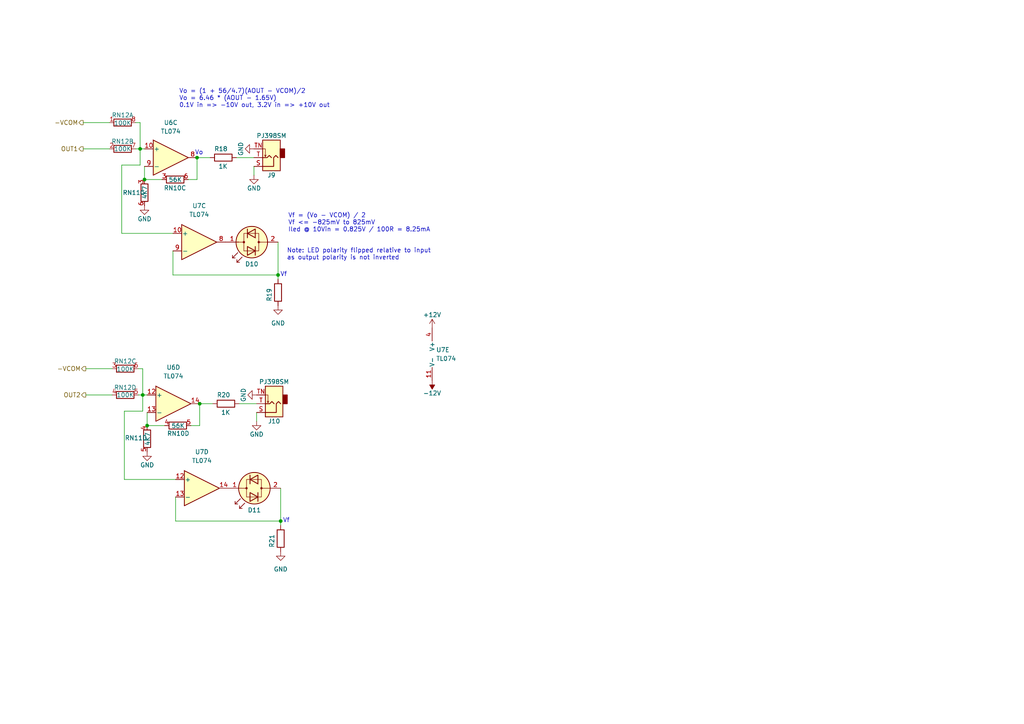
<source format=kicad_sch>
(kicad_sch (version 20211123) (generator eeschema)
  (paper "A4")
  (lib_symbols
    (symbol "Amplifier_Operational:TL074" (pin_names (offset 0.127))
      (property "Reference" "U" (at 0 5.08 0))
      (property "Value" "TL074" (at 0 -5.08 0))
      (symbol "TL074_1_1"
        (polyline (pts (xy -5.08 5.08) (xy 5.08 0) (xy -5.08 -5.08) (xy -5.08 5.08)) (stroke (width 0.254)) (fill (type background)))
        (pin output line (at 7.62 0 180) (length 2.54) (name "~") (number "1"))
        (pin input line (at -7.62 -2.54 0) (length 2.54) (name "-") (number "2"))
        (pin input line (at -7.62 2.54 0) (length 2.54) (name "+") (number "3"))
      )
      (symbol "TL074_2_1"
        (polyline (pts (xy -5.08 5.08) (xy 5.08 0) (xy -5.08 -5.08) (xy -5.08 5.08)) (stroke (width 0.254)) (fill (type background)))
        (pin input line (at -7.62 2.54 0) (length 2.54) (name "+") (number "5"))
        (pin input line (at -7.62 -2.54 0) (length 2.54) (name "-") (number "6"))
        (pin output line (at 7.62 0 180) (length 2.54) (name "~") (number "7"))
      )
      (symbol "TL074_3_1"
        (polyline (pts (xy -5.08 5.08) (xy 5.08 0) (xy -5.08 -5.08) (xy -5.08 5.08)) (stroke (width 0.254)) (fill (type background)))
        (pin input line (at -7.62 2.54 0) (length 2.54) (name "+") (number "10"))
        (pin output line (at 7.62 0 180) (length 2.54) (name "~") (number "8"))
        (pin input line (at -7.62 -2.54 0) (length 2.54) (name "-") (number "9"))
      )
      (symbol "TL074_4_1"
        (polyline (pts (xy -5.08 5.08) (xy 5.08 0) (xy -5.08 -5.08) (xy -5.08 5.08)) (stroke (width 0.254)) (fill (type background)))
        (pin input line (at -7.62 2.54 0) (length 2.54) (name "+") (number "12"))
        (pin input line (at -7.62 -2.54 0) (length 2.54) (name "-") (number "13"))
        (pin output line (at 7.62 0 180) (length 2.54) (name "~") (number "14"))
      )
      (symbol "TL074_5_1"
        (pin power_in line (at -2.54 -7.62 90) (length 3.81) (name "V-") (number "11"))
        (pin power_in line (at -2.54 7.62 270) (length 3.81) (name "V+") (number "4"))
      )
    )
    (symbol "Connector:AudioJack2_SwitchT"
      (property "Reference" "J" (at 0 8.89 0))
      (property "Value" "AudioJack2_SwitchT" (at 0 6.35 0))
      (symbol "AudioJack2_SwitchT_0_1"
        (rectangle (start -2.54 0) (end -3.81 -2.54) (stroke (width 0.254)) (fill (type outline)))
        (polyline (pts (xy 1.778 -0.254) (xy 2.032 -0.762)))
        (polyline (pts (xy 0 0) (xy 0.635 -0.635) (xy 1.27 0) (xy 2.54 0)) (stroke (width 0.254)))
        (polyline (pts (xy 2.54 -2.54) (xy 1.778 -2.54) (xy 1.778 -0.254) (xy 1.524 -0.762)))
        (polyline (pts (xy 2.54 2.54) (xy -0.635 2.54) (xy -0.635 0) (xy -1.27 -0.635) (xy -1.905 0)) (stroke (width 0.254)))
        (rectangle (start 2.54 3.81) (end -2.54 -5.08) (stroke (width 0.254)) (fill (type background)))
      )
      (symbol "AudioJack2_SwitchT_1_1"
        (pin passive line (at 5.08 2.54 180) (length 2.54) (name "~") (number "S"))
        (pin passive line (at 5.08 0 180) (length 2.54) (name "~") (number "T"))
        (pin passive line (at 5.08 -2.54 180) (length 2.54) (name "~") (number "TN"))
      )
    )
    (symbol "Device:LED_Dual_Bidirectional" (pin_names (offset 0) hide)
      (property "Reference" "D" (at 0 5.715 0))
      (property "Value" "LED_Dual_Bidirectional" (at 0 -6.35 0))
      (symbol "LED_Dual_Bidirectional_0_1"
        (circle (center -2.032 0) (radius 0.254) (fill (type outline)))
        (polyline (pts (xy -4.572 0) (xy -2.54 0)))
        (polyline (pts (xy -2.032 0) (xy -2.54 0)))
        (polyline (pts (xy -1.016 3.81) (xy -1.016 1.27)) (stroke (width 0.254)))
        (polyline (pts (xy 1.27 -1.27) (xy 1.27 -3.81)) (stroke (width 0.254)))
        (polyline (pts (xy 4.064 0) (xy 2.286 0)) (fill (type outline)))
        (polyline (pts (xy 4.318 5.842) (xy 4.318 5.08)) (stroke (width 0.2032)))
        (polyline (pts (xy 5.588 4.572) (xy 5.588 3.81)) (stroke (width 0.2032)))
        (polyline (pts (xy 2.794 4.318) (xy 4.318 5.842) (xy 3.556 5.842)) (stroke (width 0.2032)))
        (polyline (pts (xy 4.064 3.048) (xy 5.588 4.572) (xy 4.826 4.572)) (stroke (width 0.2032)))
        (polyline (pts (xy -1.016 -1.27) (xy -1.016 -3.81) (xy 1.27 -2.54) (xy -1.016 -1.27)) (stroke (width 0.254)))
        (polyline (pts (xy 1.27 3.81) (xy 1.27 1.27) (xy -1.016 2.54) (xy 1.27 3.81)) (stroke (width 0.254)))
        (polyline (pts (xy 2.286 2.54) (xy -2.032 2.54) (xy -2.032 -2.54) (xy 2.286 -2.54) (xy 2.286 2.54)))
        (circle (center 0 0) (radius 4.572) (stroke (width 0.254)) (fill (type background)))
        (circle (center 2.286 0) (radius 0.254) (fill (type outline)))
      )
      (symbol "LED_Dual_Bidirectional_1_1"
        (pin input line (at 7.62 0 180) (length 3.81) (name "KA") (number "1"))
        (pin input line (at -7.62 0 0) (length 3.048) (name "AK") (number "2"))
      )
    )
    (symbol "Device:R" (pin_numbers hide) (pin_names (offset 0))
      (property "Reference" "R" (at 2.032 0 90))
      (property "Value" "R" (at 0 0 90))
      (symbol "R_0_1"
        (rectangle (start -1.016 -2.54) (end 1.016 2.54) (stroke (width 0.254)))
      )
      (symbol "R_1_1"
        (pin passive line (at 0 3.81 270) (length 1.27) (name "~") (number "1"))
        (pin passive line (at 0 -3.81 90) (length 1.27) (name "~") (number "2"))
      )
    )
    (symbol "Device:R_Pack04_Split" (pin_names (offset 0) hide)
      (property "Reference" "RN" (at 2.032 0 90))
      (property "Value" "R_Pack04_Split" (at 0 0 90))
      (symbol "R_Pack04_Split_0_1"
        (rectangle (start 1.016 2.54) (end -1.016 -2.54) (stroke (width 0.254)))
      )
      (symbol "R_Pack04_Split_1_1"
        (pin passive line (at 0 -3.81 90) (length 1.27) (name "R1.1") (number "1"))
        (pin passive line (at 0 3.81 270) (length 1.27) (name "R1.2") (number "8"))
      )
      (symbol "R_Pack04_Split_2_1"
        (pin passive line (at 0 -3.81 90) (length 1.27) (name "R2.1") (number "2"))
        (pin passive line (at 0 3.81 270) (length 1.27) (name "R2.2") (number "7"))
      )
      (symbol "R_Pack04_Split_3_1"
        (pin passive line (at 0 -3.81 90) (length 1.27) (name "R3.1") (number "3"))
        (pin passive line (at 0 3.81 270) (length 1.27) (name "R3.2") (number "6"))
      )
      (symbol "R_Pack04_Split_4_1"
        (pin passive line (at 0 -3.81 90) (length 1.27) (name "R4.1") (number "4"))
        (pin passive line (at 0 3.81 270) (length 1.27) (name "R4.2") (number "5"))
      )
    )
    (symbol "power:+12V" (power) (pin_names (offset 0))
      (property "Value" "+12V" (at 0 3.556 0))
      (symbol "+12V_0_1"
        (polyline (pts (xy -0.762 1.27) (xy 0 2.54)))
        (polyline (pts (xy 0 0) (xy 0 2.54)))
        (polyline (pts (xy 0 2.54) (xy 0.762 1.27)))
      )
      (symbol "+12V_1_1"
        (pin power_in line (at 0 0 90) (length 0) hide (name "+12V") (number "1"))
      )
    )
    (symbol "power:-12V" (power) (pin_names (offset 0))
      (property "Value" "-12V" (at 0 3.81 0))
      (symbol "-12V_0_0"
        (pin power_in line (at 0 0 90) (length 0) hide (name "-12V") (number "1"))
      )
      (symbol "-12V_0_1"
        (polyline (pts (xy 0 0) (xy 0 1.27) (xy 0.762 1.27) (xy 0 2.54) (xy -0.762 1.27) (xy 0 1.27)) (fill (type outline)))
      )
    )
    (symbol "power:GND" (power) (pin_names (offset 0))
      (property "Value" "GND" (at 0 -3.81 0))
      (symbol "GND_0_1"
        (polyline (pts (xy 0 0) (xy 0 -1.27) (xy 1.27 -1.27) (xy 0 -2.54) (xy -1.27 -1.27) (xy 0 -1.27)))
      )
      (symbol "GND_1_1"
        (pin power_in line (at 0 0 270) (length 0) hide (name "GND") (number "1"))
      )
    )
  )
  (junction (at 57.912 117.094))
  (junction (at 41.91 52.07))
  (junction (at 42.672 123.444))
  (junction (at 57.15 45.72))
  (junction (at 41.402 114.554))
  (junction (at 40.64 43.18))
  (junction (at 80.645 79.756))
  (junction (at 81.407 151.13))
  (wire (pts (xy 50.927 151.13) (xy 81.407 151.13)))
  (wire (pts (xy 42.672 123.444) (xy 42.672 119.634)))
  (wire (pts (xy 50.165 72.771) (xy 50.165 79.756)))
  (wire (pts (xy 24.13 43.18) (xy 31.75 43.18)))
  (wire (pts (xy 57.15 52.07) (xy 57.15 45.72)))
  (wire (pts (xy 41.402 114.554) (xy 42.672 114.554)))
  (wire (pts (xy 50.165 79.756) (xy 80.645 79.756)))
  (wire (pts (xy 36.068 139.065) (xy 36.068 119.253)))
  (wire (pts (xy 41.402 106.934) (xy 41.402 114.554)))
  (wire (pts (xy 81.407 141.605) (xy 81.407 151.13)))
  (wire (pts (xy 24.13 35.56) (xy 31.75 35.56)))
  (wire (pts (xy 73.66 48.26) (xy 73.66 50.8)))
  (wire (pts (xy 69.342 117.094) (xy 74.422 117.094)))
  (wire (pts (xy 46.99 52.07) (xy 41.91 52.07)))
  (wire (pts (xy 40.64 35.56) (xy 40.64 43.18)))
  (wire (pts (xy 81.407 151.13) (xy 81.407 152.4)))
  (wire (pts (xy 40.64 43.18) (xy 41.91 43.18)))
  (wire (pts (xy 80.645 79.756) (xy 80.645 81.026)))
  (wire (pts (xy 39.37 35.56) (xy 40.64 35.56)))
  (wire (pts (xy 35.306 67.691) (xy 50.165 67.691)))
  (wire (pts (xy 40.64 47.879) (xy 40.64 43.18)))
  (wire (pts (xy 35.306 47.879) (xy 40.64 47.879)))
  (wire (pts (xy 39.37 43.18) (xy 40.64 43.18)))
  (wire (pts (xy 41.91 52.07) (xy 41.91 48.26)))
  (wire (pts (xy 36.068 119.253) (xy 41.402 119.253)))
  (wire (pts (xy 35.306 67.691) (xy 35.306 47.879)))
  (wire (pts (xy 36.068 139.065) (xy 50.927 139.065)))
  (wire (pts (xy 40.132 106.934) (xy 41.402 106.934)))
  (wire (pts (xy 41.402 119.253) (xy 41.402 114.554)))
  (wire (pts (xy 55.372 123.444) (xy 57.912 123.444)))
  (wire (pts (xy 74.422 119.634) (xy 74.422 122.174)))
  (wire (pts (xy 57.912 123.444) (xy 57.912 117.094)))
  (wire (pts (xy 54.61 52.07) (xy 57.15 52.07)))
  (wire (pts (xy 50.927 144.145) (xy 50.927 151.13)))
  (wire (pts (xy 24.892 114.554) (xy 32.512 114.554)))
  (wire (pts (xy 24.892 106.934) (xy 32.512 106.934)))
  (wire (pts (xy 57.15 45.72) (xy 60.96 45.72)))
  (wire (pts (xy 40.132 114.554) (xy 41.402 114.554)))
  (wire (pts (xy 80.645 70.231) (xy 80.645 79.756)))
  (wire (pts (xy 57.912 117.094) (xy 61.722 117.094)))
  (wire (pts (xy 68.58 45.72) (xy 73.66 45.72)))
  (wire (pts (xy 47.752 123.444) (xy 42.672 123.444)))
  (text "Vf" (at 82.042 151.765 0) (effects (font (size 1.27 1.27)) (justify left bottom)))
  (text "Vo" (at 56.515 45.085 0) (effects (font (size 1.27 1.27)) (justify left bottom)))
  (text "Vo = (1 + 56/4.7)(AOUT - VCOM)/2\nVo = 6.46 * (AOUT - 1.65V)\n0.1V in => -10V out, 3.2V in => +10V out" (at 51.943 31.369 0) (effects (font (size 1.27 1.27)) (justify left bottom)))
  (text "Vf" (at 81.28 80.391 0) (effects (font (size 1.27 1.27)) (justify left bottom)))
  (text "Vf = (Vo - VCOM) / 2\nVf <= -825mV to 825mV\nIled @ 10Vin = 0.825V / 100R = 8.25mA" (at 83.566 67.437 0) (effects (font (size 1.27 1.27)) (justify left bottom)))
  (text "Note: LED polarity flipped relative to input\nas output polarity is not inverted" (at 83.185 75.565 0) (effects (font (size 1.27 1.27)) (justify left bottom)))
  (hierarchical_label "OUT1" (shape output) (at 24.13 43.18 180))
  (hierarchical_label "-VCOM" (shape output) (at 24.892 106.934 180))
  (hierarchical_label "-VCOM" (shape output) (at 24.13 35.56 180))
  (hierarchical_label "OUT2" (shape output) (at 24.892 114.554 180))
  (symbol (lib_id "Device:R_Pack04_Split") (at 36.322 106.934 270) (unit 3)
    (property "Reference" "RN12" (at 36.322 104.775 90))
    (property "Value" "100K" (at 36.322 107.061 90))
    (property "Footprint" "Resistor_SMD:R_Cat16-4" (effects hide))
    (property "dig#" "CAY16-1003F4LFCT-ND" (effects hide))
    (property "mfg#" "CAY16-1003F4LF" (effects hide))
  )
  (symbol (lib_id "Device:R_Pack04_Split") (at 36.322 114.554 270) (unit 4)
    (property "Reference" "RN12" (at 36.322 112.395 90))
    (property "Value" "100K" (at 36.322 114.554 90))
    (property "Footprint" "Resistor_SMD:R_Cat16-4" (effects hide))
    (property "dig#" "CAY16-1003F4LFCT-ND" (effects hide))
    (property "mfg#" "CAY16-1003F4LF" (effects hide))
  )
  (symbol (lib_id "power:GND") (at 80.645 88.646 0) (unit 1)
    (property "Reference" "#PWR091" (effects hide))
  )
  (symbol (lib_id "Connector:AudioJack2_SwitchT") (at 79.502 117.094 180) (unit 1)
    (property "Reference" "J10" (at 79.502 122.174 0))
    (property "Value" "PJ398SM" (at 79.502 110.744 0))
    (property "Footprint" "AudioJacks:Jack_3.5mm_QingPu_WQP-PJ302M_Horizontal" (effects hide))
  )
  (symbol (lib_id "power:+12V") (at 125.349 95.123 0) (unit 1)
    (property "Reference" "#PWR092" (effects hide))
  )
  (symbol (lib_id "Device:R_Pack04_Split") (at 35.56 43.18 270) (unit 2)
    (property "Reference" "RN12" (at 35.56 41.021 90))
    (property "Value" "100K" (at 35.56 43.18 90))
    (property "Footprint" "Resistor_SMD:R_Cat16-4" (effects hide))
    (property "dig#" "CAY16-1003F4LFCT-ND" (effects hide))
    (property "mfg#" "CAY16-1003F4LF" (effects hide))
  )
  (symbol (lib_id "Device:R_Pack04_Split") (at 41.91 55.88 180) (unit 3)
    (property "Reference" "RN11" (at 35.56 55.88 0) (effects (justify right)))
    (property "Value" "4K7" (at 41.9935 57.7659 90) (effects (justify right)))
    (property "Footprint" "Resistor_SMD:R_Cat16-4" (effects hide))
  )
  (symbol (lib_id "Device:LED_Dual_Bidirectional") (at 73.025 70.231 180) (unit 1)
    (property "Reference" "D10" (at 73.025 76.581 0))
    (property "Footprint" "LED_SMD:LED_1206_3216Metric" (effects hide))
    (property "dig#" "1497-1314-1-ND" (effects hide))
    (property "mfg#" "XZMDKVG55W-4" (effects hide))
  )
  (symbol (lib_id "power:GND") (at 74.422 114.554 270) (unit 1)
    (property "Reference" "#PWR094" (effects hide))
    (property "Value" "GND" (at 70.612 112.522 0) (effects (justify left)))
  )
  (symbol (lib_id "Amplifier_Operational:TL074") (at 127.889 102.743 0) (unit 5)
    (property "Reference" "U7" (at 126.492 101.4729 0) (effects (justify left)))
    (property "Value" "TL074" (at 126.492 104.0129 0) (effects (justify left)))
    (property "Footprint" "Package_SO:TSSOP-14_4.4x5mm_P0.65mm" (effects hide))
    (property "Datasheet" "http://www.ti.com/lit/ds/symlink/tl071.pdf" (effects hide))
    (property "dig#" "296-26697-5-ND" (effects hide))
    (property "mfg#" "TL074CPW" (effects hide))
  )
  (symbol (lib_id "power:GND") (at 74.422 122.174 0) (unit 1)
    (property "Reference" "#PWR095" (effects hide))
    (property "Value" "GND" (at 72.39 125.984 0) (effects (justify left)))
  )
  (symbol (lib_id "Device:R") (at 64.77 45.72 90) (unit 1)
    (property "Reference" "R18" (at 66.04 43.18 90) (effects (justify left)))
    (property "Value" "1K" (at 66.04 48.26 90) (effects (justify left)))
    (property "Footprint" "Resistor_SMD:R_0603_1608Metric" (effects hide))
  )
  (symbol (lib_id "power:GND") (at 41.91 59.69 0) (unit 1)
    (property "Reference" "#PWR090" (effects hide))
    (property "Value" "GND" (at 39.878 63.5 0) (effects (justify left)))
  )
  (symbol (lib_id "power:-12V") (at 125.349 110.363 180) (unit 1)
    (property "Reference" "#PWR093" (effects hide))
  )
  (symbol (lib_id "Device:R_Pack04_Split") (at 42.672 127.254 180) (unit 4)
    (property "Reference" "RN11" (at 36.1946 127.027 0) (effects (justify right)))
    (property "Value" "4K7" (at 42.8273 129.2802 90) (effects (justify right)))
    (property "Footprint" "Resistor_SMD:R_Cat16-4" (effects hide))
  )
  (symbol (lib_id "Device:R_Pack04_Split") (at 50.8 52.07 270) (unit 3)
    (property "Reference" "RN10" (at 50.7619 54.5301 90))
    (property "Value" "56K" (at 50.8525 52.1025 90))
    (property "Footprint" "Resistor_SMD:R_Cat16-4" (effects hide))
  )
  (symbol (lib_id "Connector:AudioJack2_SwitchT") (at 78.74 45.72 180) (unit 1)
    (property "Reference" "J9" (at 78.74 50.8 0))
    (property "Value" "PJ398SM" (at 78.74 39.37 0))
    (property "Footprint" "AudioJacks:Jack_3.5mm_QingPu_WQP-PJ302M_Horizontal" (effects hide))
  )
  (symbol (lib_id "Device:R_Pack04_Split") (at 51.562 123.444 270) (unit 4)
    (property "Reference" "RN10" (at 51.7058 125.7263 90))
    (property "Value" "56K" (at 51.6514 123.4979 90))
    (property "Footprint" "Resistor_SMD:R_Cat16-4" (effects hide))
  )
  (symbol (lib_id "Device:R") (at 81.407 156.21 180) (unit 1)
    (property "Reference" "R21" (at 78.867 154.94 90) (effects (justify left)))
    (property "Footprint" "Resistor_SMD:R_0603_1608Metric" (effects hide))
  )
  (symbol (lib_id "power:GND") (at 73.66 43.18 270) (unit 1)
    (property "Reference" "#PWR088" (effects hide))
    (property "Value" "GND" (at 69.85 41.148 0) (effects (justify left)))
  )
  (symbol (lib_id "Amplifier_Operational:TL074") (at 50.292 117.094 0) (unit 4)
    (property "Reference" "U6" (at 50.292 106.553 0))
    (property "Value" "TL074" (at 50.292 109.093 0))
    (property "Footprint" "Package_SO:TSSOP-14_4.4x5mm_P0.65mm" (effects hide))
    (property "Datasheet" "http://www.ti.com/lit/ds/symlink/tl071.pdf" (effects hide))
    (property "dig#" "296-26697-5-ND" (effects hide))
    (property "mfg#" "TL074CPW" (effects hide))
  )
  (symbol (lib_id "Device:R_Pack04_Split") (at 35.56 35.56 270) (unit 1)
    (property "Reference" "RN12" (at 35.56 33.401 90))
    (property "Value" "100K" (at 35.56 35.687 90))
    (property "Footprint" "Resistor_SMD:R_Cat16-4" (effects hide))
    (property "dig#" "CAY16-1003F4LFCT-ND" (effects hide))
    (property "mfg#" "CAY16-1003F4LF" (effects hide))
  )
  (symbol (lib_id "power:GND") (at 73.66 50.8 0) (unit 1)
    (property "Reference" "#PWR089" (effects hide))
    (property "Value" "GND" (at 71.628 54.61 0) (effects (justify left)))
  )
  (symbol (lib_id "power:GND") (at 42.672 131.064 0) (unit 1)
    (property "Reference" "#PWR096" (effects hide))
    (property "Value" "GND" (at 40.64 134.874 0) (effects (justify left)))
  )
  (symbol (lib_id "power:GND") (at 81.407 160.02 0) (unit 1)
    (property "Reference" "#PWR097" (effects hide))
  )
  (symbol (lib_id "Amplifier_Operational:TL074") (at 58.547 141.605 0) (unit 4)
    (property "Reference" "U7" (at 58.547 131.064 0))
    (property "Value" "TL074" (at 58.547 133.604 0))
    (property "Footprint" "Package_SO:TSSOP-14_4.4x5mm_P0.65mm" (effects hide))
    (property "Datasheet" "http://www.ti.com/lit/ds/symlink/tl071.pdf" (effects hide))
    (property "dig#" "296-26697-5-ND" (effects hide))
    (property "mfg#" "TL074CPW" (effects hide))
  )
  (symbol (lib_id "Amplifier_Operational:TL074") (at 57.785 70.231 0) (unit 3)
    (property "Reference" "U7" (at 57.785 59.69 0))
    (property "Value" "TL074" (at 57.785 62.23 0))
    (property "Footprint" "Package_SO:TSSOP-14_4.4x5mm_P0.65mm" (effects hide))
    (property "Datasheet" "http://www.ti.com/lit/ds/symlink/tl071.pdf" (effects hide))
    (property "dig#" "296-26697-5-ND" (effects hide))
    (property "mfg#" "TL074CPW" (effects hide))
  )
  (symbol (lib_id "Device:R") (at 65.532 117.094 90) (unit 1)
    (property "Reference" "R20" (at 66.802 114.554 90) (effects (justify left)))
    (property "Value" "1K" (at 66.802 119.634 90) (effects (justify left)))
    (property "Footprint" "Resistor_SMD:R_0603_1608Metric" (effects hide))
  )
  (symbol (lib_id "Amplifier_Operational:TL074") (at 49.53 45.72 0) (unit 3)
    (property "Reference" "U6" (at 49.53 35.56 0))
    (property "Value" "TL074" (at 49.53 38.1 0))
    (property "Footprint" "Package_SO:TSSOP-14_4.4x5mm_P0.65mm" (effects hide))
    (property "Datasheet" "http://www.ti.com/lit/ds/symlink/tl071.pdf" (effects hide))
    (property "dig#" "296-26697-5-ND" (effects hide))
    (property "mfg#" "TL074CPW" (effects hide))
  )
  (symbol (lib_id "Device:R") (at 80.645 84.836 180) (unit 1)
    (property "Reference" "R19" (at 78.105 83.566 90) (effects (justify left)))
    (property "Footprint" "Resistor_SMD:R_0603_1608Metric" (effects hide))
  )
  (symbol (lib_id "Device:LED_Dual_Bidirectional") (at 73.787 141.605 180) (unit 1)
    (property "Reference" "D11" (at 73.787 147.955 0))
    (property "Footprint" "LED_SMD:LED_1206_3216Metric" (effects hide))
    (property "dig#" "1497-1314-1-ND" (effects hide))
    (property "mfg#" "XZMDKVG55W-4" (effects hide))
  )
)
</source>
